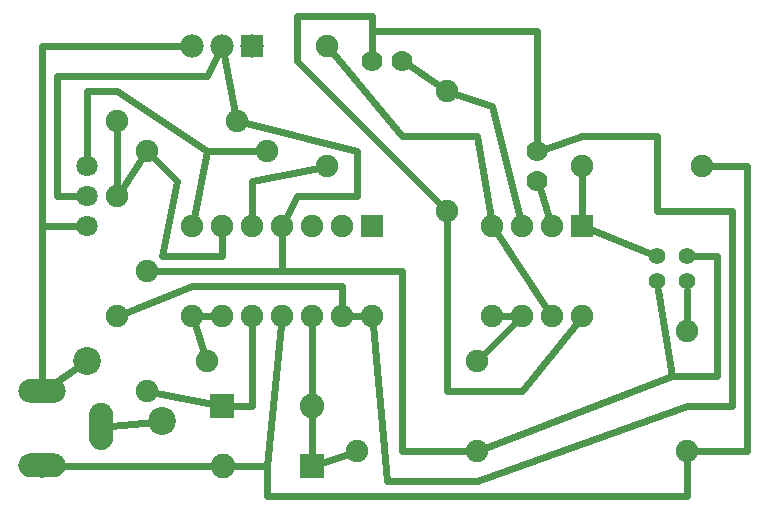
<source format=gbl>
G04 MADE WITH FRITZING*
G04 WWW.FRITZING.ORG*
G04 DOUBLE SIDED*
G04 HOLES PLATED*
G04 CONTOUR ON CENTER OF CONTOUR VECTOR*
%ASAXBY*%
%FSLAX23Y23*%
%MOIN*%
%OFA0B0*%
%SFA1.0B1.0*%
%ADD10C,0.078740*%
%ADD11C,0.055433*%
%ADD12C,0.075000*%
%ADD13C,0.078000*%
%ADD14C,0.082000*%
%ADD15C,0.070000*%
%ADD16C,0.070866*%
%ADD17C,0.092992*%
%ADD18R,0.078000X0.078000*%
%ADD19R,0.082000X0.082000*%
%ADD20R,0.075000X0.075000*%
%ADD21C,0.024000*%
%ADD22R,0.001000X0.001000*%
%LNCOPPER0*%
G90*
G70*
G54D10*
X116Y431D03*
X116Y183D03*
X313Y313D03*
G54D11*
X2266Y881D03*
X2166Y881D03*
X2166Y798D03*
X2266Y798D03*
G54D12*
X2266Y231D03*
X2266Y631D03*
X1916Y1181D03*
X2316Y1181D03*
G54D13*
X816Y1581D03*
X716Y1581D03*
X616Y1581D03*
G54D14*
X1016Y181D03*
X718Y181D03*
G54D12*
X466Y831D03*
X466Y431D03*
X1566Y231D03*
X1166Y231D03*
X1216Y981D03*
X1116Y981D03*
X1016Y981D03*
X916Y981D03*
X816Y981D03*
X716Y981D03*
X616Y981D03*
X616Y681D03*
X716Y681D03*
X816Y681D03*
X916Y681D03*
X1016Y681D03*
X1116Y681D03*
X1216Y681D03*
X1916Y981D03*
X1916Y681D03*
X1816Y981D03*
X1816Y681D03*
X1716Y981D03*
X1716Y681D03*
X1616Y981D03*
X1616Y681D03*
G54D15*
X1766Y1231D03*
X1766Y1131D03*
X1216Y1531D03*
X1316Y1531D03*
G54D12*
X1466Y1431D03*
X1466Y1031D03*
X1066Y1181D03*
X1066Y1581D03*
X366Y681D03*
X366Y1081D03*
X466Y1231D03*
X866Y1231D03*
X766Y1331D03*
X366Y1331D03*
G54D14*
X716Y381D03*
X1014Y381D03*
G54D12*
X666Y531D03*
X1566Y531D03*
G54D16*
X266Y1181D03*
X266Y1081D03*
X266Y981D03*
G54D17*
X516Y331D03*
X266Y531D03*
G54D18*
X816Y1581D03*
G54D19*
X1017Y181D03*
G54D20*
X1216Y981D03*
X1916Y981D03*
G54D19*
X715Y381D03*
G54D21*
X1467Y431D02*
X1466Y1003D01*
D02*
X1717Y431D02*
X1467Y431D01*
D02*
X1898Y659D02*
X1717Y431D01*
D02*
X1917Y1281D02*
X2167Y1281D01*
D02*
X2167Y1281D02*
X2167Y1031D01*
D02*
X2167Y1031D02*
X2417Y1031D01*
D02*
X2417Y1031D02*
X2417Y381D01*
D02*
X2417Y381D02*
X2267Y381D01*
D02*
X2267Y381D02*
X1567Y131D01*
D02*
X1567Y131D02*
X1267Y131D01*
D02*
X1267Y131D02*
X1219Y653D01*
D02*
X1791Y1240D02*
X1917Y1281D01*
D02*
X1617Y1381D02*
X1493Y1422D01*
D02*
X1709Y1009D02*
X1617Y1381D01*
D02*
X1116Y782D02*
X1116Y710D01*
D02*
X617Y782D02*
X1116Y782D01*
D02*
X393Y692D02*
X617Y782D01*
D02*
X1943Y971D02*
X2139Y892D01*
D02*
X2367Y481D02*
X2215Y481D01*
D02*
X2215Y481D02*
X1593Y242D01*
D02*
X2367Y881D02*
X2367Y481D01*
D02*
X2295Y881D02*
X2367Y881D01*
D02*
X2215Y481D02*
X1593Y242D01*
D02*
X2170Y770D02*
X2215Y481D01*
D02*
X2266Y660D02*
X2266Y770D01*
D02*
X166Y1081D02*
X166Y1482D01*
D02*
X166Y1482D02*
X666Y1482D01*
D02*
X666Y1482D02*
X702Y1555D01*
D02*
X239Y1081D02*
X166Y1081D01*
D02*
X1165Y1232D02*
X1165Y1082D01*
D02*
X794Y1325D02*
X1165Y1232D01*
D02*
X1165Y1082D02*
X966Y1082D01*
D02*
X966Y1082D02*
X929Y1007D01*
D02*
X666Y1232D02*
X367Y1431D01*
D02*
X367Y1431D02*
X267Y1431D01*
D02*
X267Y1431D02*
X266Y1208D01*
D02*
X837Y1232D02*
X666Y1232D01*
D02*
X1317Y1281D02*
X1084Y1560D01*
D02*
X1566Y1281D02*
X1317Y1281D01*
D02*
X1611Y1010D02*
X1566Y1281D01*
D02*
X967Y1682D02*
X967Y1531D01*
D02*
X1216Y1682D02*
X967Y1682D01*
D02*
X967Y1531D02*
X1116Y1381D01*
D02*
X1116Y1381D02*
X1446Y1052D01*
D02*
X1216Y1558D02*
X1216Y1682D01*
D02*
X115Y1582D02*
X115Y982D01*
D02*
X115Y982D02*
X116Y462D01*
D02*
X586Y1582D02*
X115Y1582D01*
D02*
X115Y982D02*
X239Y982D01*
D02*
X666Y1232D02*
X622Y1010D01*
D02*
X837Y1232D02*
X666Y1232D01*
D02*
X865Y181D02*
X913Y653D01*
D02*
X750Y181D02*
X865Y181D01*
D02*
X916Y831D02*
X916Y953D01*
D02*
X495Y831D02*
X915Y831D01*
D02*
X366Y1110D02*
X366Y1303D01*
D02*
X450Y1208D02*
X382Y1105D01*
D02*
X565Y1132D02*
X486Y1211D01*
D02*
X516Y882D02*
X565Y1132D01*
D02*
X717Y881D02*
X516Y882D01*
D02*
X716Y953D02*
X717Y881D01*
D02*
X722Y1552D02*
X760Y1360D01*
D02*
X1467Y231D02*
X1537Y231D01*
D02*
X1317Y231D02*
X1467Y231D01*
D02*
X1317Y831D02*
X1317Y231D01*
D02*
X916Y831D02*
X1317Y831D01*
D02*
X916Y953D02*
X916Y831D01*
D02*
X494Y426D02*
X685Y388D01*
D02*
X815Y383D02*
X748Y382D01*
D02*
X816Y653D02*
X815Y383D01*
D02*
X2267Y81D02*
X2266Y203D01*
D02*
X866Y82D02*
X2267Y81D01*
D02*
X865Y181D02*
X866Y82D01*
D02*
X2467Y231D02*
X2467Y1181D01*
D02*
X2295Y231D02*
X2467Y231D01*
D02*
X2467Y1181D02*
X2345Y1181D01*
D02*
X1215Y1631D02*
X1216Y1558D01*
D02*
X1766Y1631D02*
X1215Y1631D01*
D02*
X1766Y1258D02*
X1766Y1631D01*
D02*
X1338Y1517D02*
X1442Y1447D01*
D02*
X815Y1132D02*
X1038Y1176D01*
D02*
X816Y1010D02*
X815Y1132D01*
D02*
X645Y681D02*
X687Y681D01*
D02*
X1145Y681D02*
X1187Y681D01*
D02*
X1800Y705D02*
X1632Y958D01*
D02*
X1687Y681D02*
X1645Y681D01*
D02*
X1916Y1153D02*
X1916Y1010D01*
D02*
X1139Y222D02*
X1046Y192D01*
D02*
X1016Y653D02*
X1016Y531D01*
D02*
X1016Y531D02*
X1015Y414D01*
D02*
X1016Y214D02*
X1014Y349D01*
D02*
X657Y559D02*
X625Y654D01*
D02*
X1586Y552D02*
X1696Y661D01*
D02*
X1807Y1009D02*
X1774Y1107D01*
D02*
X686Y182D02*
X147Y183D01*
D02*
X344Y316D02*
X490Y329D01*
D02*
X142Y449D02*
X244Y517D01*
G54D22*
X72Y471D02*
X159Y471D01*
X67Y470D02*
X164Y470D01*
X64Y469D02*
X167Y469D01*
X61Y468D02*
X170Y468D01*
X59Y467D02*
X172Y467D01*
X57Y466D02*
X174Y466D01*
X55Y465D02*
X176Y465D01*
X54Y464D02*
X177Y464D01*
X53Y463D02*
X178Y463D01*
X51Y462D02*
X180Y462D01*
X50Y461D02*
X181Y461D01*
X49Y460D02*
X182Y460D01*
X48Y459D02*
X183Y459D01*
X47Y458D02*
X184Y458D01*
X46Y457D02*
X185Y457D01*
X46Y456D02*
X185Y456D01*
X45Y455D02*
X186Y455D01*
X44Y454D02*
X187Y454D01*
X43Y453D02*
X188Y453D01*
X43Y452D02*
X188Y452D01*
X42Y451D02*
X110Y451D01*
X121Y451D02*
X189Y451D01*
X42Y450D02*
X107Y450D01*
X124Y450D02*
X189Y450D01*
X41Y449D02*
X105Y449D01*
X126Y449D02*
X190Y449D01*
X41Y448D02*
X104Y448D01*
X127Y448D02*
X190Y448D01*
X40Y447D02*
X102Y447D01*
X129Y447D02*
X191Y447D01*
X40Y446D02*
X101Y446D01*
X130Y446D02*
X191Y446D01*
X40Y445D02*
X100Y445D01*
X131Y445D02*
X191Y445D01*
X39Y444D02*
X100Y444D01*
X131Y444D02*
X192Y444D01*
X39Y443D02*
X99Y443D01*
X132Y443D02*
X192Y443D01*
X39Y442D02*
X98Y442D01*
X133Y442D02*
X192Y442D01*
X38Y441D02*
X98Y441D01*
X133Y441D02*
X193Y441D01*
X38Y440D02*
X97Y440D01*
X134Y440D02*
X193Y440D01*
X38Y439D02*
X97Y439D01*
X134Y439D02*
X193Y439D01*
X38Y438D02*
X96Y438D01*
X135Y438D02*
X193Y438D01*
X38Y437D02*
X96Y437D01*
X135Y437D02*
X193Y437D01*
X37Y436D02*
X96Y436D01*
X135Y436D02*
X194Y436D01*
X37Y435D02*
X96Y435D01*
X135Y435D02*
X194Y435D01*
X37Y434D02*
X96Y434D01*
X135Y434D02*
X194Y434D01*
X37Y433D02*
X95Y433D01*
X136Y433D02*
X194Y433D01*
X37Y432D02*
X95Y432D01*
X136Y432D02*
X194Y432D01*
X37Y431D02*
X95Y431D01*
X136Y431D02*
X194Y431D01*
X37Y430D02*
X96Y430D01*
X135Y430D02*
X194Y430D01*
X37Y429D02*
X96Y429D01*
X135Y429D02*
X194Y429D01*
X37Y428D02*
X96Y428D01*
X135Y428D02*
X194Y428D01*
X38Y427D02*
X96Y427D01*
X135Y427D02*
X193Y427D01*
X38Y426D02*
X96Y426D01*
X135Y426D02*
X193Y426D01*
X38Y425D02*
X97Y425D01*
X134Y425D02*
X193Y425D01*
X38Y424D02*
X97Y424D01*
X134Y424D02*
X193Y424D01*
X38Y423D02*
X98Y423D01*
X133Y423D02*
X193Y423D01*
X39Y422D02*
X98Y422D01*
X133Y422D02*
X192Y422D01*
X39Y421D02*
X99Y421D01*
X132Y421D02*
X192Y421D01*
X39Y420D02*
X99Y420D01*
X132Y420D02*
X192Y420D01*
X39Y419D02*
X100Y419D01*
X131Y419D02*
X192Y419D01*
X40Y418D02*
X101Y418D01*
X130Y418D02*
X191Y418D01*
X40Y417D02*
X102Y417D01*
X129Y417D02*
X191Y417D01*
X41Y416D02*
X104Y416D01*
X128Y416D02*
X190Y416D01*
X41Y415D02*
X105Y415D01*
X126Y415D02*
X190Y415D01*
X42Y414D02*
X107Y414D01*
X124Y414D02*
X189Y414D01*
X42Y413D02*
X110Y413D01*
X121Y413D02*
X189Y413D01*
X43Y412D02*
X188Y412D01*
X43Y411D02*
X188Y411D01*
X44Y410D02*
X187Y410D01*
X45Y409D02*
X186Y409D01*
X45Y408D02*
X186Y408D01*
X46Y407D02*
X185Y407D01*
X47Y406D02*
X184Y406D01*
X48Y405D02*
X183Y405D01*
X49Y404D02*
X182Y404D01*
X50Y403D02*
X181Y403D01*
X51Y402D02*
X180Y402D01*
X52Y401D02*
X179Y401D01*
X54Y400D02*
X177Y400D01*
X55Y399D02*
X176Y399D01*
X57Y398D02*
X174Y398D01*
X58Y397D02*
X173Y397D01*
X61Y396D02*
X170Y396D01*
X63Y395D02*
X168Y395D01*
X66Y394D02*
X165Y394D01*
X71Y393D02*
X160Y393D01*
X307Y392D02*
X318Y392D01*
X302Y391D02*
X323Y391D01*
X299Y390D02*
X326Y390D01*
X297Y389D02*
X328Y389D01*
X294Y388D02*
X330Y388D01*
X293Y387D02*
X332Y387D01*
X291Y386D02*
X334Y386D01*
X290Y385D02*
X335Y385D01*
X288Y384D02*
X336Y384D01*
X287Y383D02*
X338Y383D01*
X286Y382D02*
X339Y382D01*
X285Y381D02*
X340Y381D01*
X284Y380D02*
X341Y380D01*
X283Y379D02*
X342Y379D01*
X282Y378D02*
X342Y378D01*
X282Y377D02*
X343Y377D01*
X281Y376D02*
X344Y376D01*
X280Y375D02*
X345Y375D01*
X279Y374D02*
X345Y374D01*
X279Y373D02*
X346Y373D01*
X278Y372D02*
X346Y372D01*
X278Y371D02*
X347Y371D01*
X277Y370D02*
X347Y370D01*
X277Y369D02*
X348Y369D01*
X276Y368D02*
X348Y368D01*
X276Y367D02*
X349Y367D01*
X276Y366D02*
X349Y366D01*
X275Y365D02*
X349Y365D01*
X275Y364D02*
X350Y364D01*
X275Y363D02*
X350Y363D01*
X275Y362D02*
X350Y362D01*
X274Y361D02*
X350Y361D01*
X274Y360D02*
X351Y360D01*
X274Y359D02*
X351Y359D01*
X274Y358D02*
X351Y358D01*
X274Y357D02*
X351Y357D01*
X274Y356D02*
X351Y356D01*
X274Y355D02*
X351Y355D01*
X274Y354D02*
X351Y354D01*
X273Y353D02*
X351Y353D01*
X273Y352D02*
X351Y352D01*
X273Y351D02*
X351Y351D01*
X273Y350D02*
X351Y350D01*
X273Y349D02*
X351Y349D01*
X273Y348D02*
X351Y348D01*
X273Y347D02*
X351Y347D01*
X273Y346D02*
X351Y346D01*
X273Y345D02*
X351Y345D01*
X273Y344D02*
X351Y344D01*
X273Y343D02*
X351Y343D01*
X273Y342D02*
X351Y342D01*
X273Y341D02*
X351Y341D01*
X273Y340D02*
X351Y340D01*
X273Y339D02*
X351Y339D01*
X273Y338D02*
X351Y338D01*
X273Y337D02*
X351Y337D01*
X273Y336D02*
X351Y336D01*
X273Y335D02*
X351Y335D01*
X273Y334D02*
X351Y334D01*
X273Y333D02*
X308Y333D01*
X317Y333D02*
X351Y333D01*
X273Y332D02*
X304Y332D01*
X320Y332D02*
X351Y332D01*
X273Y331D02*
X302Y331D01*
X322Y331D02*
X351Y331D01*
X273Y330D02*
X301Y330D01*
X324Y330D02*
X351Y330D01*
X273Y329D02*
X299Y329D01*
X325Y329D02*
X351Y329D01*
X273Y328D02*
X298Y328D01*
X326Y328D02*
X351Y328D01*
X273Y327D02*
X297Y327D01*
X327Y327D02*
X351Y327D01*
X273Y326D02*
X297Y326D01*
X328Y326D02*
X351Y326D01*
X273Y325D02*
X296Y325D01*
X329Y325D02*
X351Y325D01*
X273Y324D02*
X295Y324D01*
X330Y324D02*
X351Y324D01*
X273Y323D02*
X295Y323D01*
X330Y323D02*
X351Y323D01*
X273Y322D02*
X294Y322D01*
X331Y322D02*
X351Y322D01*
X273Y321D02*
X294Y321D01*
X331Y321D02*
X351Y321D01*
X273Y320D02*
X293Y320D01*
X331Y320D02*
X351Y320D01*
X273Y319D02*
X293Y319D01*
X332Y319D02*
X351Y319D01*
X273Y318D02*
X293Y318D01*
X332Y318D02*
X351Y318D01*
X273Y317D02*
X292Y317D01*
X332Y317D02*
X351Y317D01*
X273Y316D02*
X292Y316D01*
X332Y316D02*
X351Y316D01*
X273Y315D02*
X292Y315D01*
X332Y315D02*
X351Y315D01*
X273Y314D02*
X292Y314D01*
X332Y314D02*
X351Y314D01*
X273Y313D02*
X292Y313D01*
X332Y313D02*
X351Y313D01*
X273Y312D02*
X292Y312D01*
X332Y312D02*
X351Y312D01*
X273Y311D02*
X292Y311D01*
X332Y311D02*
X351Y311D01*
X273Y310D02*
X293Y310D01*
X332Y310D02*
X351Y310D01*
X273Y309D02*
X293Y309D01*
X332Y309D02*
X351Y309D01*
X273Y308D02*
X293Y308D01*
X332Y308D02*
X351Y308D01*
X273Y307D02*
X293Y307D01*
X331Y307D02*
X351Y307D01*
X273Y306D02*
X294Y306D01*
X331Y306D02*
X351Y306D01*
X273Y305D02*
X294Y305D01*
X330Y305D02*
X351Y305D01*
X273Y304D02*
X295Y304D01*
X330Y304D02*
X351Y304D01*
X273Y303D02*
X295Y303D01*
X329Y303D02*
X351Y303D01*
X273Y302D02*
X296Y302D01*
X328Y302D02*
X351Y302D01*
X273Y301D02*
X297Y301D01*
X328Y301D02*
X351Y301D01*
X273Y300D02*
X298Y300D01*
X327Y300D02*
X351Y300D01*
X273Y299D02*
X299Y299D01*
X326Y299D02*
X351Y299D01*
X273Y298D02*
X300Y298D01*
X324Y298D02*
X351Y298D01*
X273Y297D02*
X302Y297D01*
X323Y297D02*
X351Y297D01*
X273Y296D02*
X304Y296D01*
X321Y296D02*
X351Y296D01*
X273Y295D02*
X306Y295D01*
X318Y295D02*
X351Y295D01*
X273Y294D02*
X351Y294D01*
X273Y293D02*
X351Y293D01*
X273Y292D02*
X351Y292D01*
X273Y291D02*
X351Y291D01*
X273Y290D02*
X351Y290D01*
X273Y289D02*
X351Y289D01*
X273Y288D02*
X351Y288D01*
X273Y287D02*
X351Y287D01*
X273Y286D02*
X351Y286D01*
X273Y285D02*
X351Y285D01*
X273Y284D02*
X351Y284D01*
X273Y283D02*
X351Y283D01*
X273Y282D02*
X351Y282D01*
X273Y281D02*
X351Y281D01*
X273Y280D02*
X351Y280D01*
X273Y279D02*
X351Y279D01*
X273Y278D02*
X351Y278D01*
X273Y277D02*
X351Y277D01*
X273Y276D02*
X351Y276D01*
X273Y275D02*
X351Y275D01*
X274Y274D02*
X351Y274D01*
X274Y273D02*
X351Y273D01*
X274Y272D02*
X351Y272D01*
X274Y271D02*
X351Y271D01*
X274Y270D02*
X351Y270D01*
X274Y269D02*
X351Y269D01*
X274Y268D02*
X351Y268D01*
X274Y267D02*
X350Y267D01*
X274Y266D02*
X350Y266D01*
X275Y265D02*
X350Y265D01*
X275Y264D02*
X350Y264D01*
X275Y263D02*
X350Y263D01*
X276Y262D02*
X349Y262D01*
X276Y261D02*
X349Y261D01*
X276Y260D02*
X348Y260D01*
X277Y259D02*
X348Y259D01*
X277Y258D02*
X348Y258D01*
X278Y257D02*
X347Y257D01*
X278Y256D02*
X347Y256D01*
X279Y255D02*
X346Y255D01*
X279Y254D02*
X345Y254D01*
X280Y253D02*
X345Y253D01*
X281Y252D02*
X344Y252D01*
X281Y251D02*
X343Y251D01*
X282Y250D02*
X343Y250D01*
X283Y249D02*
X342Y249D01*
X284Y248D02*
X341Y248D01*
X285Y247D02*
X340Y247D01*
X286Y246D02*
X339Y246D01*
X287Y245D02*
X338Y245D01*
X288Y244D02*
X337Y244D01*
X289Y243D02*
X335Y243D01*
X291Y242D02*
X334Y242D01*
X292Y241D02*
X333Y241D01*
X294Y240D02*
X331Y240D01*
X296Y239D02*
X329Y239D01*
X298Y238D02*
X327Y238D01*
X301Y237D02*
X324Y237D01*
X304Y236D02*
X320Y236D01*
X72Y223D02*
X159Y223D01*
X67Y222D02*
X164Y222D01*
X64Y221D02*
X167Y221D01*
X61Y220D02*
X170Y220D01*
X59Y219D02*
X172Y219D01*
X57Y218D02*
X174Y218D01*
X55Y217D02*
X176Y217D01*
X54Y216D02*
X177Y216D01*
X53Y215D02*
X178Y215D01*
X51Y214D02*
X180Y214D01*
X50Y213D02*
X181Y213D01*
X49Y212D02*
X182Y212D01*
X48Y211D02*
X183Y211D01*
X47Y210D02*
X184Y210D01*
X46Y209D02*
X185Y209D01*
X46Y208D02*
X185Y208D01*
X45Y207D02*
X186Y207D01*
X44Y206D02*
X187Y206D01*
X43Y205D02*
X188Y205D01*
X43Y204D02*
X188Y204D01*
X42Y203D02*
X110Y203D01*
X121Y203D02*
X189Y203D01*
X42Y202D02*
X107Y202D01*
X124Y202D02*
X189Y202D01*
X41Y201D02*
X105Y201D01*
X126Y201D02*
X190Y201D01*
X41Y200D02*
X104Y200D01*
X127Y200D02*
X190Y200D01*
X40Y199D02*
X102Y199D01*
X129Y199D02*
X191Y199D01*
X40Y198D02*
X101Y198D01*
X130Y198D02*
X191Y198D01*
X40Y197D02*
X100Y197D01*
X131Y197D02*
X191Y197D01*
X39Y196D02*
X100Y196D01*
X131Y196D02*
X192Y196D01*
X39Y195D02*
X99Y195D01*
X132Y195D02*
X192Y195D01*
X39Y194D02*
X98Y194D01*
X133Y194D02*
X192Y194D01*
X38Y193D02*
X98Y193D01*
X133Y193D02*
X193Y193D01*
X38Y192D02*
X97Y192D01*
X134Y192D02*
X193Y192D01*
X38Y191D02*
X97Y191D01*
X134Y191D02*
X193Y191D01*
X38Y190D02*
X96Y190D01*
X135Y190D02*
X193Y190D01*
X38Y189D02*
X96Y189D01*
X135Y189D02*
X193Y189D01*
X37Y188D02*
X96Y188D01*
X135Y188D02*
X194Y188D01*
X37Y187D02*
X96Y187D01*
X135Y187D02*
X194Y187D01*
X37Y186D02*
X96Y186D01*
X135Y186D02*
X194Y186D01*
X37Y185D02*
X95Y185D01*
X136Y185D02*
X194Y185D01*
X37Y184D02*
X95Y184D01*
X136Y184D02*
X194Y184D01*
X37Y183D02*
X95Y183D01*
X136Y183D02*
X194Y183D01*
X37Y182D02*
X96Y182D01*
X135Y182D02*
X194Y182D01*
X37Y181D02*
X96Y181D01*
X135Y181D02*
X194Y181D01*
X37Y180D02*
X96Y180D01*
X135Y180D02*
X194Y180D01*
X38Y179D02*
X96Y179D01*
X135Y179D02*
X193Y179D01*
X38Y178D02*
X96Y178D01*
X135Y178D02*
X193Y178D01*
X38Y177D02*
X97Y177D01*
X134Y177D02*
X193Y177D01*
X38Y176D02*
X97Y176D01*
X134Y176D02*
X193Y176D01*
X38Y175D02*
X98Y175D01*
X133Y175D02*
X193Y175D01*
X39Y174D02*
X98Y174D01*
X133Y174D02*
X192Y174D01*
X39Y173D02*
X99Y173D01*
X132Y173D02*
X192Y173D01*
X39Y172D02*
X99Y172D01*
X132Y172D02*
X192Y172D01*
X39Y171D02*
X100Y171D01*
X131Y171D02*
X192Y171D01*
X40Y170D02*
X101Y170D01*
X130Y170D02*
X191Y170D01*
X40Y169D02*
X102Y169D01*
X129Y169D02*
X191Y169D01*
X41Y168D02*
X104Y168D01*
X128Y168D02*
X190Y168D01*
X41Y167D02*
X105Y167D01*
X126Y167D02*
X190Y167D01*
X42Y166D02*
X107Y166D01*
X124Y166D02*
X189Y166D01*
X42Y165D02*
X110Y165D01*
X121Y165D02*
X189Y165D01*
X43Y164D02*
X188Y164D01*
X43Y163D02*
X188Y163D01*
X44Y162D02*
X187Y162D01*
X45Y161D02*
X186Y161D01*
X45Y160D02*
X186Y160D01*
X46Y159D02*
X185Y159D01*
X47Y158D02*
X184Y158D01*
X48Y157D02*
X183Y157D01*
X49Y156D02*
X182Y156D01*
X50Y155D02*
X181Y155D01*
X51Y154D02*
X180Y154D01*
X52Y153D02*
X179Y153D01*
X54Y152D02*
X177Y152D01*
X55Y151D02*
X176Y151D01*
X57Y150D02*
X174Y150D01*
X59Y149D02*
X172Y149D01*
X61Y148D02*
X170Y148D01*
X63Y147D02*
X168Y147D01*
X66Y146D02*
X165Y146D01*
X71Y145D02*
X160Y145D01*
D02*
G04 End of Copper0*
M02*
</source>
